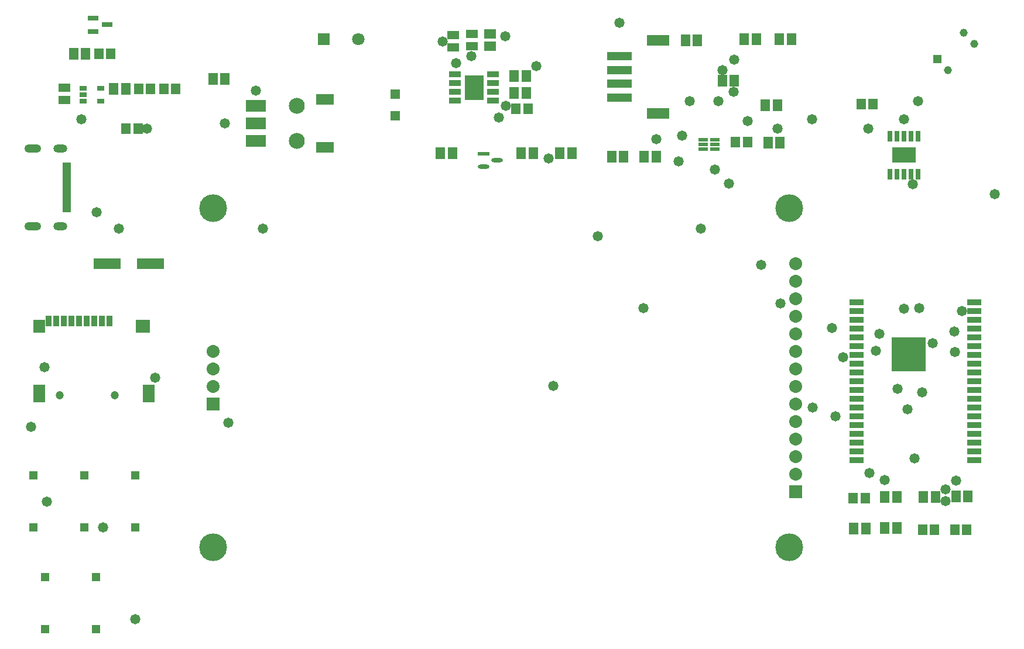
<source format=gts>
G04*
G04 #@! TF.GenerationSoftware,Altium Limited,Altium Designer,25.6.2 (33)*
G04*
G04 Layer_Color=8388736*
%FSLAX44Y44*%
%MOMM*%
G71*
G04*
G04 #@! TF.SameCoordinates,8FAB441B-F1FE-446A-B751-D3DFCEB5FBC4*
G04*
G04*
G04 #@! TF.FilePolarity,Negative*
G04*
G01*
G75*
%ADD19R,1.3732X1.3832*%
%ADD20R,2.6032X1.6032*%
%ADD21R,3.0032X1.8032*%
%ADD22R,1.7282X0.9032*%
%ADD23R,2.7162X3.6052*%
%ADD24R,1.6532X1.3032*%
%ADD25R,1.3532X1.6532*%
%ADD26R,1.4032X1.6032*%
%ADD27R,1.6532X1.3532*%
%ADD28R,1.5240X0.7620*%
%ADD29O,2.0066X1.1938*%
%ADD30O,2.4130X1.1938*%
%ADD31R,1.2954X0.8128*%
%ADD32R,1.2954X0.5080*%
%ADD33R,4.0000X1.6000*%
%ADD34R,1.0000X0.6600*%
%ADD35R,0.9032X1.5032*%
%ADD36R,1.6510X1.8542*%
%ADD37R,1.6510X2.6416*%
%ADD38R,2.0574X1.8542*%
%ADD39R,3.5032X2.3032*%
%ADD40R,0.8032X1.5132*%
%ADD41R,1.3732X0.6032*%
%ADD42R,1.2032X1.3032*%
%ADD43R,2.0000X0.9000*%
%ADD44R,5.0000X5.0000*%
%ADD45R,3.6032X1.2032*%
%ADD46R,3.3032X1.6032*%
G04:AMPARAMS|DCode=47|XSize=1.6571mm|YSize=0.6121mm|CornerRadius=0.3061mm|HoleSize=0mm|Usage=FLASHONLY|Rotation=0.000|XOffset=0mm|YOffset=0mm|HoleType=Round|Shape=RoundedRectangle|*
%AMROUNDEDRECTD47*
21,1,1.6571,0.0000,0,0,0.0*
21,1,1.0450,0.6121,0,0,0.0*
1,1,0.6121,0.5225,0.0000*
1,1,0.6121,-0.5225,0.0000*
1,1,0.6121,-0.5225,0.0000*
1,1,0.6121,0.5225,0.0000*
%
%ADD47ROUNDEDRECTD47*%
%ADD48R,1.6571X0.6121*%
%ADD49C,1.1500*%
%ADD50R,1.1500X1.1500*%
%ADD51C,2.3032*%
%ADD52R,1.8032X1.8032*%
%ADD53C,1.8032*%
%ADD54C,0.8128*%
%ADD55C,1.2032*%
%ADD56R,1.8682X1.8682*%
%ADD57C,1.8682*%
%ADD58C,4.0132*%
%ADD59C,1.4732*%
D19*
X864870Y1054710D02*
D03*
Y1086510D02*
D03*
D20*
X762630Y1078940D02*
D03*
Y1008940D02*
D03*
D21*
X662630Y1069340D02*
D03*
Y1018540D02*
D03*
Y1043940D02*
D03*
D22*
X951230Y1115060D02*
D03*
Y1102360D02*
D03*
Y1089660D02*
D03*
Y1076960D02*
D03*
X1005470D02*
D03*
Y1089660D02*
D03*
Y1102360D02*
D03*
Y1115060D02*
D03*
D23*
X978350Y1096010D02*
D03*
D24*
X975360Y1155480D02*
D03*
Y1173480D02*
D03*
X948690Y1154210D02*
D03*
Y1172210D02*
D03*
X386426Y1077844D02*
D03*
Y1095844D02*
D03*
D25*
X1053820Y1112520D02*
D03*
X1036320D02*
D03*
X1053820Y1088390D02*
D03*
X1036320D02*
D03*
X416900Y1144894D02*
D03*
X399400D02*
D03*
X475118Y1094094D02*
D03*
X457618D02*
D03*
X1417180Y1070610D02*
D03*
X1399680D02*
D03*
X1420990Y1016000D02*
D03*
X1403490D02*
D03*
X1437500Y1165860D02*
D03*
X1420000D02*
D03*
X1386700D02*
D03*
X1369200D02*
D03*
X618350Y1108710D02*
D03*
X600850D02*
D03*
X1692770Y504190D02*
D03*
X1675270D02*
D03*
X1645526Y502920D02*
D03*
X1628026D02*
D03*
X1589646D02*
D03*
X1572146D02*
D03*
X1589900Y458470D02*
D03*
X1572400D02*
D03*
X1545310Y457200D02*
D03*
X1527810D02*
D03*
X1354950Y1106170D02*
D03*
X1337450D02*
D03*
X1301610Y1164590D02*
D03*
X1284110D02*
D03*
X1241920Y995680D02*
D03*
X1224420D02*
D03*
X1194930D02*
D03*
X1177430D02*
D03*
X1120000Y1000760D02*
D03*
X1102500D02*
D03*
X1064120D02*
D03*
X1046620D02*
D03*
X947280D02*
D03*
X929780D02*
D03*
D26*
X1039250Y1065530D02*
D03*
X1056250D02*
D03*
X435762Y1145144D02*
D03*
X452762D02*
D03*
X493980Y1094344D02*
D03*
X510980D02*
D03*
X530092D02*
D03*
X547092D02*
D03*
X475370Y1036320D02*
D03*
X492370D02*
D03*
X1538360Y1071880D02*
D03*
X1555360D02*
D03*
X1356750Y1017270D02*
D03*
X1373750D02*
D03*
X1673996Y455930D02*
D03*
X1690996D02*
D03*
X1627006D02*
D03*
X1644006D02*
D03*
X1526930Y501650D02*
D03*
X1543930D02*
D03*
D27*
X1002030Y1173480D02*
D03*
Y1155980D02*
D03*
D28*
X448310Y1186942D02*
D03*
X427990Y1177290D02*
D03*
Y1196594D02*
D03*
D29*
X380302Y895030D02*
D03*
Y1007430D02*
D03*
D30*
X340302Y895030D02*
D03*
Y1007430D02*
D03*
D31*
X389763Y919224D02*
D03*
Y927225D02*
D03*
Y975234D02*
D03*
Y983234D02*
D03*
D32*
Y933725D02*
D03*
Y938727D02*
D03*
Y943728D02*
D03*
Y948729D02*
D03*
Y953730D02*
D03*
Y958732D02*
D03*
Y963733D02*
D03*
Y968734D02*
D03*
D33*
X510310Y840740D02*
D03*
X448310D02*
D03*
D34*
X438772Y1094860D02*
D03*
Y1075860D02*
D03*
X412772D02*
D03*
Y1085360D02*
D03*
Y1094860D02*
D03*
D35*
X451558Y757538D02*
D03*
X440558D02*
D03*
X429558D02*
D03*
X418558D02*
D03*
X407558D02*
D03*
X396558D02*
D03*
X385558D02*
D03*
X374558D02*
D03*
X363558D02*
D03*
D36*
X349374Y749800D02*
D03*
D37*
Y652800D02*
D03*
X507622D02*
D03*
D38*
X499872Y749800D02*
D03*
D39*
X1600200Y998220D02*
D03*
D40*
X1580200Y1025720D02*
D03*
X1590200D02*
D03*
X1600200D02*
D03*
X1610200D02*
D03*
X1620200D02*
D03*
Y970720D02*
D03*
X1610200D02*
D03*
X1600200D02*
D03*
X1590200D02*
D03*
X1580200D02*
D03*
D41*
X1309560Y1019960D02*
D03*
Y1013460D02*
D03*
Y1006960D02*
D03*
X1326960D02*
D03*
Y1013460D02*
D03*
Y1019960D02*
D03*
D42*
X488696Y534070D02*
D03*
Y459070D02*
D03*
X415036Y534070D02*
D03*
Y459070D02*
D03*
X341376Y534070D02*
D03*
Y459070D02*
D03*
X431546Y386750D02*
D03*
Y311750D02*
D03*
X357886Y386750D02*
D03*
Y311750D02*
D03*
D43*
X1531620Y784860D02*
D03*
Y772160D02*
D03*
Y759460D02*
D03*
Y746760D02*
D03*
Y734060D02*
D03*
Y721360D02*
D03*
Y708660D02*
D03*
Y695960D02*
D03*
Y683260D02*
D03*
Y670560D02*
D03*
Y657860D02*
D03*
Y645160D02*
D03*
Y632460D02*
D03*
Y619760D02*
D03*
Y607060D02*
D03*
Y594360D02*
D03*
Y581660D02*
D03*
Y568960D02*
D03*
Y556260D02*
D03*
X1701620D02*
D03*
Y568960D02*
D03*
Y581660D02*
D03*
Y594360D02*
D03*
Y607060D02*
D03*
Y619760D02*
D03*
Y632460D02*
D03*
Y645160D02*
D03*
Y657860D02*
D03*
Y670560D02*
D03*
Y683260D02*
D03*
Y695960D02*
D03*
Y708660D02*
D03*
Y721360D02*
D03*
Y734060D02*
D03*
Y746760D02*
D03*
Y759460D02*
D03*
Y772160D02*
D03*
Y784860D02*
D03*
D44*
X1606620Y709860D02*
D03*
D45*
X1188470Y1141250D02*
D03*
Y1121250D02*
D03*
Y1081250D02*
D03*
Y1101250D02*
D03*
D46*
X1244970Y1058250D02*
D03*
Y1164250D02*
D03*
D47*
X1012036Y990600D02*
D03*
X992024Y981100D02*
D03*
D48*
Y1000100D02*
D03*
D49*
X1702107Y1159255D02*
D03*
X1686304Y1175057D02*
D03*
X1663956Y1121103D02*
D03*
D50*
X1648153Y1136906D02*
D03*
D51*
X722630Y1069340D02*
D03*
Y1018540D02*
D03*
D52*
X761130Y1165860D02*
D03*
D53*
X811130D02*
D03*
D54*
X334264Y1007364D02*
D03*
X346202D02*
D03*
X384302D02*
D03*
X334264Y895096D02*
D03*
X346202D02*
D03*
X376428D02*
D03*
X384302D02*
D03*
X376428Y1007364D02*
D03*
D55*
X379222Y650494D02*
D03*
X458978D02*
D03*
D56*
X600990Y637540D02*
D03*
X1443990Y510540D02*
D03*
D57*
X600990Y662940D02*
D03*
Y688340D02*
D03*
Y713740D02*
D03*
X1443990Y535940D02*
D03*
Y561340D02*
D03*
Y586740D02*
D03*
Y612140D02*
D03*
Y637540D02*
D03*
Y662940D02*
D03*
Y688340D02*
D03*
Y713740D02*
D03*
Y739140D02*
D03*
Y764540D02*
D03*
Y789940D02*
D03*
Y815340D02*
D03*
Y840740D02*
D03*
D58*
X600990Y430440D02*
D03*
Y920840D02*
D03*
X1433990Y430440D02*
D03*
Y920840D02*
D03*
D59*
X1354950Y1136510D02*
D03*
X1373750Y1047614D02*
D03*
X662630Y1091128D02*
D03*
X974344Y1140968D02*
D03*
X1024128Y1069340D02*
D03*
X1642110Y725932D02*
D03*
X1615186Y558546D02*
D03*
X1673606Y712986D02*
D03*
X1622044Y776478D02*
D03*
X1346962Y956818D02*
D03*
X1354074Y1089660D02*
D03*
X1337450Y1121103D02*
D03*
X1393698Y839470D02*
D03*
X1600200Y775970D02*
D03*
X1548892Y1036066D02*
D03*
X1417180D02*
D03*
X1731518Y941578D02*
D03*
X1086358Y993140D02*
D03*
X1512570Y705358D02*
D03*
X1590548Y659638D02*
D03*
X1626870Y654558D02*
D03*
X517144Y675640D02*
D03*
X338074Y604266D02*
D03*
X1501083Y619760D02*
D03*
X410972Y1049528D02*
D03*
X618490Y1043940D02*
D03*
X623316Y610108D02*
D03*
X1092708Y663702D02*
D03*
X432308Y915670D02*
D03*
X1279144Y1025906D02*
D03*
X1612646Y956056D02*
D03*
X1274572Y989330D02*
D03*
X1306830Y891540D02*
D03*
X1327150Y977138D02*
D03*
X1013968Y1052068D02*
D03*
X1068324Y1126998D02*
D03*
X952754Y1131316D02*
D03*
X932942Y1162812D02*
D03*
X1023620Y1169924D02*
D03*
X505714Y1036320D02*
D03*
X1290574Y1076452D02*
D03*
X1620200D02*
D03*
X1331976D02*
D03*
X673100Y891540D02*
D03*
X465074D02*
D03*
X1564386Y738886D02*
D03*
X1559306Y714248D02*
D03*
X1157478Y880618D02*
D03*
X1495806Y748030D02*
D03*
X1223518Y776732D02*
D03*
X1673352Y742442D02*
D03*
X1421638Y783082D02*
D03*
X1683766Y772160D02*
D03*
X1188974Y1189990D02*
D03*
X1241920Y1020826D02*
D03*
X1605026Y629920D02*
D03*
X357124Y690880D02*
D03*
X1468374Y632460D02*
D03*
X1675270Y526542D02*
D03*
X1550670Y537464D02*
D03*
X360680Y496316D02*
D03*
X1572260Y527304D02*
D03*
X1467104Y1050290D02*
D03*
X1600200D02*
D03*
X1660398Y514096D02*
D03*
X441868Y459070D02*
D03*
X488696Y325882D02*
D03*
X1660398Y497078D02*
D03*
M02*

</source>
